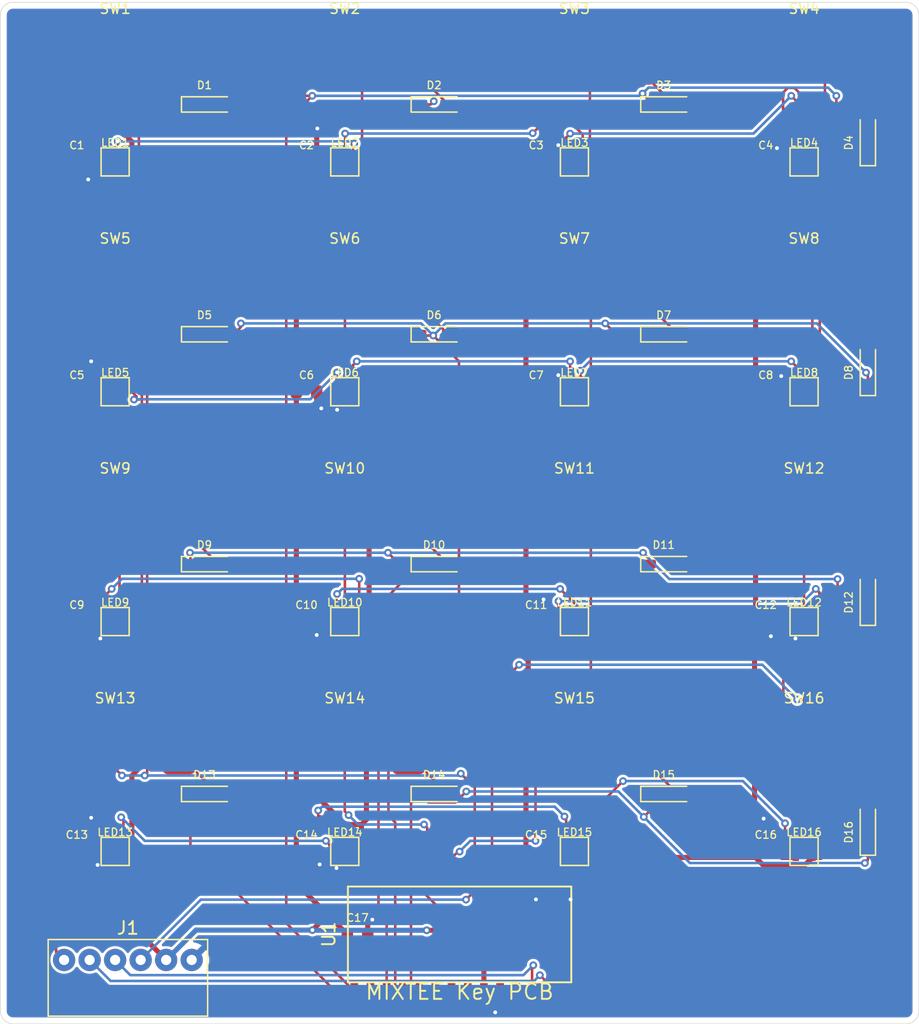
<source format=kicad_pcb>
(kicad_pcb (version 20241229) (generator "pcbnew") (generator_version "9.0")
  (layers (0 "F.Cu" signal) (2 "B.Cu" signal) (13 "F.Paste" user) (15 "B.Paste" user) (5 "F.SilkS" user "F.Silkscreen") (7 "B.SilkS" user "B.Silkscreen") (1 "F.Mask" user) (3 "B.Mask" user) (25 "Edge.Cuts" user))
  (net 0 "")
  (net 1 "GND")
  (net 2 "5V")
  (net 3 "SDA")
  (net 4 "SCL")
  (net 5 "INT")
  (net 6 "NEO_DIN")
  (net 7 "NEO_D0")
  (net 8 "NEO_D1")
  (net 9 "NEO_D2")
  (net 10 "NEO_D3")
  (net 11 "NEO_D4")
  (net 12 "NEO_D5")
  (net 13 "NEO_D6")
  (net 14 "NEO_D7")
  (net 15 "NEO_D8")
  (net 16 "NEO_D9")
  (net 17 "NEO_D10")
  (net 18 "NEO_D11")
  (net 19 "NEO_D12")
  (net 20 "NEO_D13")
  (net 21 "NEO_D14")
  (net 22 "COL0")
  (net 23 "COL1")
  (net 24 "COL2")
  (net 25 "COL3")
  (net 26 "ROW0")
  (net 27 "ROW1")
  (net 28 "ROW2")
  (net 29 "ROW3")
  (net 30 "SW1_D")
  (net 31 "SW2_D")
  (net 32 "SW3_D")
  (net 33 "SW4_D")
  (net 34 "SW5_D")
  (net 35 "SW6_D")
  (net 36 "SW7_D")
  (net 37 "SW8_D")
  (net 38 "SW9_D")
  (net 39 "SW10_D")
  (net 40 "SW11_D")
  (net 41 "SW12_D")
  (net 42 "SW13_D")
  (net 43 "SW14_D")
  (net 44 "SW15_D")
  (net 45 "SW16_D")
  (footprint "Package_SO:SOIC-28W_7.5x17.9mm_P1.27mm" (layer "F.Cu") (at 36 73 90)
    (property "Reference" "U1")
    (property "Value" "MCP23017")
  )
  (footprint "LED_SMD:WS2812B-2020" (layer "F.Cu") (at 27 66.5)
    (property "Reference" "LED14")
    (property "Value" "WS2812B-2020")
  )
  (footprint "LED_SMD:WS2812B-2020" (layer "F.Cu") (at 9 66.5)
    (property "Reference" "LED13")
    (property "Value" "WS2812B-2020")
  )
  (footprint "Capacitor_SMD:C_0603_1608Metric" (layer "F.Cu") (at 24 12.5)
    (property "Reference" "C2")
    (property "Value" "100nF")
  )
  (footprint "Diode_SMD:D_SOD-123" (layer "F.Cu") (at 16 44)
    (property "Reference" "D9")
    (property "Value" "1N4148")
  )
  (footprint "Diode_SMD:D_SOD-123" (layer "F.Cu") (at 16 26)
    (property "Reference" "D5")
    (property "Value" "1N4148")
  )
  (footprint "mixtee-footprints:Kailh_Choc_V1_Hotswap" (layer "F.Cu") (at 45 27)
    (property "Reference" "SW7")
    (property "Value" "CPG135001S30")
  )
  (footprint "LED_SMD:WS2812B-2020" (layer "F.Cu") (at 9 12.5)
    (property "Reference" "LED1")
    (property "Value" "WS2812B-2020")
  )
  (footprint "Diode_SMD:D_SOD-123" (layer "F.Cu") (at 68 65 90)
    (property "Reference" "D16")
    (property "Value" "1N4148")
  )
  (footprint "mixtee-footprints:Kailh_Choc_V1_Hotswap" (layer "F.Cu") (at 9 63)
    (property "Reference" "SW13")
    (property "Value" "CPG135001S30")
  )
  (footprint "mixtee-footprints:Kailh_Choc_V1_Hotswap" (layer "F.Cu") (at 63 63)
    (property "Reference" "SW16")
    (property "Value" "CPG135001S30")
  )
  (footprint "mixtee-footprints:Kailh_Choc_V1_Hotswap" (layer "F.Cu") (at 9 9)
    (property "Reference" "SW1")
    (property "Value" "CPG135001S30")
  )
  (footprint "LED_SMD:WS2812B-2020" (layer "F.Cu") (at 9 48.5)
    (property "Reference" "LED9")
    (property "Value" "WS2812B-2020")
  )
  (footprint "Diode_SMD:D_SOD-123" (layer "F.Cu") (at 16 8)
    (property "Reference" "D1")
    (property "Value" "1N4148")
  )
  (footprint "LED_SMD:WS2812B-2020" (layer "F.Cu") (at 63 48.5)
    (property "Reference" "LED12")
    (property "Value" "WS2812B-2020")
  )
  (footprint "LED_SMD:WS2812B-2020" (layer "F.Cu") (at 45 30.5)
    (property "Reference" "LED7")
    (property "Value" "WS2812B-2020")
  )
  (footprint "Diode_SMD:D_SOD-123" (layer "F.Cu") (at 68 47 90)
    (property "Reference" "D12")
    (property "Value" "1N4148")
  )
  (footprint "LED_SMD:WS2812B-2020" (layer "F.Cu") (at 63 66.5)
    (property "Reference" "LED16")
    (property "Value" "WS2812B-2020")
  )
  (footprint "Connector_JST:JST_PH_B6B-PH-K_1x06_P2.00mm_Vertical" (layer "F.Cu") (at 5 75)
    (property "Reference" "J1")
    (property "Value" "B6B-PH-K-S")
  )
  (footprint "Capacitor_SMD:C_0603_1608Metric" (layer "F.Cu") (at 6 66.5)
    (property "Reference" "C13")
    (property "Value" "100nF")
  )
  (footprint "mixtee-footprints:Kailh_Choc_V1_Hotswap" (layer "F.Cu") (at 63 27)
    (property "Reference" "SW8")
    (property "Value" "CPG135001S30")
  )
  (footprint "LED_SMD:WS2812B-2020" (layer "F.Cu") (at 45 48.5)
    (property "Reference" "LED11")
    (property "Value" "WS2812B-2020")
  )
  (footprint "Diode_SMD:D_SOD-123" (layer "F.Cu") (at 68 29 90)
    (property "Reference" "D8")
    (property "Value" "1N4148")
  )
  (footprint "LED_SMD:WS2812B-2020" (layer "F.Cu") (at 63 30.5)
    (property "Reference" "LED8")
    (property "Value" "WS2812B-2020")
  )
  (footprint "Capacitor_SMD:C_0603_1608Metric" (layer "F.Cu") (at 60 48.5)
    (property "Reference" "C12")
    (property "Value" "100nF")
  )
  (footprint "Capacitor_SMD:C_0603_1608Metric" (layer "F.Cu") (at 42 66.5)
    (property "Reference" "C15")
    (property "Value" "100nF")
  )
  (footprint "Capacitor_SMD:C_0603_1608Metric" (layer "F.Cu") (at 24 48.5)
    (property "Reference" "C10")
    (property "Value" "100nF")
  )
  (footprint "mixtee-footprints:Kailh_Choc_V1_Hotswap" (layer "F.Cu") (at 27 9)
    (property "Reference" "SW2")
    (property "Value" "CPG135001S30")
  )
  (footprint "Capacitor_SMD:C_0603_1608Metric" (layer "F.Cu") (at 60 12.5)
    (property "Reference" "C4")
    (property "Value" "100nF")
  )
  (footprint "mixtee-footprints:Kailh_Choc_V1_Hotswap" (layer "F.Cu") (at 63 9)
    (property "Reference" "SW4")
    (property "Value" "CPG135001S30")
  )
  (footprint "Diode_SMD:D_SOD-123" (layer "F.Cu") (at 52 44)
    (property "Reference" "D11")
    (property "Value" "1N4148")
  )
  (footprint "Diode_SMD:D_SOD-123" (layer "F.Cu") (at 16 62)
    (property "Reference" "D13")
    (property "Value" "1N4148")
  )
  (footprint "LED_SMD:WS2812B-2020" (layer "F.Cu") (at 27 12.5)
    (property "Reference" "LED2")
    (property "Value" "WS2812B-2020")
  )
  (footprint "Diode_SMD:D_SOD-123" (layer "F.Cu") (at 68 11 90)
    (property "Reference" "D4")
    (property "Value" "1N4148")
  )
  (footprint "Capacitor_SMD:C_0603_1608Metric" (layer "F.Cu") (at 42 48.5)
    (property "Reference" "C11")
    (property "Value" "100nF")
  )
  (footprint "LED_SMD:WS2812B-2020" (layer "F.Cu") (at 45 66.5)
    (property "Reference" "LED15")
    (property "Value" "WS2812B-2020")
  )
  (footprint "Capacitor_SMD:C_0603_1608Metric" (layer "F.Cu") (at 24 66.5)
    (property "Reference" "C14")
    (property "Value" "100nF")
  )
  (footprint "Diode_SMD:D_SOD-123" (layer "F.Cu") (at 52 8)
    (property "Reference" "D3")
    (property "Value" "1N4148")
  )
  (footprint "mixtee-footprints:Kailh_Choc_V1_Hotswap" (layer "F.Cu") (at 9 45)
    (property "Reference" "SW9")
    (property "Value" "CPG135001S30")
  )
  (footprint "LED_SMD:WS2812B-2020" (layer "F.Cu") (at 63 12.5)
    (property "Reference" "LED4")
    (property "Value" "WS2812B-2020")
  )
  (footprint "mixtee-footprints:Kailh_Choc_V1_Hotswap" (layer "F.Cu") (at 9 27)
    (property "Reference" "SW5")
    (property "Value" "CPG135001S30")
  )
  (footprint "Capacitor_SMD:C_0603_1608Metric" (layer "F.Cu") (at 24 30.5)
    (property "Reference" "C6")
    (property "Value" "100nF")
  )
  (footprint "Capacitor_SMD:C_0603_1608Metric" (layer "F.Cu") (at 28 73)
    (property "Reference" "C17")
    (property "Value" "100nF")
  )
  (footprint "Capacitor_SMD:C_0603_1608Metric" (layer "F.Cu") (at 60 66.5)
    (property "Reference" "C16")
    (property "Value" "100nF")
  )
  (footprint "LED_SMD:WS2812B-2020" (layer "F.Cu") (at 27 48.5)
    (property "Reference" "LED10")
    (property "Value" "WS2812B-2020")
  )
  (footprint "Diode_SMD:D_SOD-123" (layer "F.Cu") (at 34 8)
    (property "Reference" "D2")
    (property "Value" "1N4148")
  )
  (footprint "Diode_SMD:D_SOD-123" (layer "F.Cu") (at 34 44)
    (property "Reference" "D10")
    (property "Value" "1N4148")
  )
  (footprint "mixtee-footprints:Kailh_Choc_V1_Hotswap" (layer "F.Cu") (at 45 9)
    (property "Reference" "SW3")
    (property "Value" "CPG135001S30")
  )
  (footprint "mixtee-footprints:Kailh_Choc_V1_Hotswap" (layer "F.Cu") (at 27 63)
    (property "Reference" "SW14")
    (property "Value" "CPG135001S30")
  )
  (footprint "Capacitor_SMD:C_0603_1608Metric" (layer "F.Cu") (at 42 30.5)
    (property "Reference" "C7")
    (property "Value" "100nF")
  )
  (footprint "Diode_SMD:D_SOD-123" (layer "F.Cu") (at 34 26)
    (property "Reference" "D6")
    (property "Value" "1N4148")
  )
  (footprint "Diode_SMD:D_SOD-123" (layer "F.Cu") (at 34 62)
    (property "Reference" "D14")
    (property "Value" "1N4148")
  )
  (footprint "mixtee-footprints:Kailh_Choc_V1_Hotswap" (layer "F.Cu") (at 45 45)
    (property "Reference" "SW11")
    (property "Value" "CPG135001S30")
  )
  (footprint "LED_SMD:WS2812B-2020" (layer "F.Cu") (at 27 30.5)
    (property "Reference" "LED6")
    (property "Value" "WS2812B-2020")
  )
  (footprint "Capacitor_SMD:C_0603_1608Metric" (layer "F.Cu") (at 42 12.5)
    (property "Reference" "C3")
    (property "Value" "100nF")
  )
  (footprint "Diode_SMD:D_SOD-123" (layer "F.Cu") (at 52 62)
    (property "Reference" "D15")
    (property "Value" "1N4148")
  )
  (footprint "LED_SMD:WS2812B-2020" (layer "F.Cu") (at 45 12.5)
    (property "Reference" "LED3")
    (property "Value" "WS2812B-2020")
  )
  (footprint "Capacitor_SMD:C_0603_1608Metric" (layer "F.Cu") (at 6 12.5)
    (property "Reference" "C1")
    (property "Value" "100nF")
  )
  (footprint "Diode_SMD:D_SOD-123" (layer "F.Cu") (at 52 26)
    (property "Reference" "D7")
    (property "Value" "1N4148")
  )
  (footprint "Capacitor_SMD:C_0603_1608Metric" (layer "F.Cu") (at 60 30.5)
    (property "Reference" "C8")
    (property "Value" "100nF")
  )
  (footprint "mixtee-footprints:Kailh_Choc_V1_Hotswap" (layer "F.Cu") (at 27 27)
    (property "Reference" "SW6")
    (property "Value" "CPG135001S30")
  )
  (footprint "mixtee-footprints:Kailh_Choc_V1_Hotswap" (layer "F.Cu") (at 45 63)
    (property "Reference" "SW15")
    (property "Value" "CPG135001S30")
  )
  (footprint "mixtee-footprints:Kailh_Choc_V1_Hotswap" (layer "F.Cu") (at 27 45)
    (property "Reference" "SW10")
    (property "Value" "CPG135001S30")
  )
  (footprint "Capacitor_SMD:C_0603_1608Metric" (layer "F.Cu") (at 6 48.5)
    (property "Reference" "C9")
    (property "Value" "100nF")
  )
  (footprint "mixtee-footprints:Kailh_Choc_V1_Hotswap" (layer "F.Cu") (at 63 45)
    (property "Reference" "SW12")
    (property "Value" "CPG135001S30")
  )
  (footprint "LED_SMD:WS2812B-2020" (layer "F.Cu") (at 9 30.5)
    (property "Reference" "LED5")
    (property "Value" "WS2812B-2020")
  )
  (footprint "Capacitor_SMD:C_0603_1608Metric" (layer "F.Cu") (at 6 30.5)
    (property "Reference" "C5")
    (property "Value" "100nF")
  )
  (gr_line (start 1 0) (end 71 0) (stroke (width 0.05)) (layer "Edge.Cuts"))
  (gr_arc (start 0 1) (mid 0.2929 0.2929) (end 1 0) (stroke (width 0.05)) (layer "Edge.Cuts"))
  (gr_arc (start 71 0) (mid 71.7071 0.2929) (end 72 1) (stroke (width 0.05)) (layer "Edge.Cuts"))
  (gr_arc (start 1 80) (mid 0.2929 79.7071) (end 0 79) (stroke (width 0.05)) (layer "Edge.Cuts"))
  (gr_arc (start 72 79) (mid 71.7071 79.7071) (end 71 80) (stroke (width 0.05)) (layer "Edge.Cuts"))
  (gr_line (start 72 1) (end 72 79) (stroke (width 0.05)) (layer "Edge.Cuts"))
  (gr_line (start 0 79) (end 0 1) (stroke (width 0.05)) (layer "Edge.Cuts"))
  (gr_line (start 71 80) (end 1 80) (stroke (width 0.05)) (layer "Edge.Cuts"))
  (gr_text "MIXTEE Key PCB" (at 36 77.5 0) (layer "F.SilkS") (effects (font (size 1.2 1.2))))
  (segment (start 44.35 68.46) (end 44.35 66.975) (width 0.4) (layer "F.Cu") (net 1))
  (segment (start 6.8 48.7817) (end 6.8 48.5) (width 0.4) (layer "F.Cu") (net 1))
  (segment (start 24.8511 9.8822) (end 24.8 9.9333) (width 0.4) (layer "F.Cu") (net 1))
  (segment (start 24.8 48.975) (end 25.6883 48.975) (width 0.4) (layer "F.Cu") (net 1))
  (segment (start 6.8 64.186) (end 6.8 66.5) (width 0.4) (layer "F.Cu") (net 1))
  (segment (start 8.35 12.975) (end 7.6883 12.975) (width 0.4) (layer "F.Cu") (net 1))
  (segment (start 44.255 68.555) (end 44.35 68.46) (width 0.4) (layer "F.Cu") (net 1))
  (segment (start 61.2079 29.2749) (end 60.8 29.6828) (width 0.4) (layer "F.Cu") (net 1))
  (segment (start 60.8745 11.4227) (end 60.8 11.4972) (width 0.4) (layer "F.Cu") (net 1))
  (segment (start 42.985 69.2575) (end 42.985 68.555) (width 0.4) (layer "F.Cu") (net 1))
  (segment (start 7.6883 67.4975) (end 7.6883 66.975) (width 0.4) (layer "F.Cu") (net 1))
  (segment (start 61.275 30.975) (end 62.35 30.975) (width 0.4) (layer "F.Cu") (net 1))
  (segment (start 7.6883 13.0757) (end 7.6883 12.975) (width 0.4) (layer "F.Cu") (net 1))
  (segment (start 28.8 72.2048) (end 28.8 73) (width 0.4) (layer "F.Cu") (net 1))
  (segment (start 26.35 66.975) (end 26.35 67.8043) (width 0.4) (layer "F.Cu") (net 1))
  (segment (start 25.1584 31.8034) (end 24.8 31.445) (width 0.4) (layer "F.Cu") (net 1))
  (segment (start 7.8413 49.823) (end 8.0026 49.6617) (width 0.4) (layer "F.Cu") (net 1))
  (segment (start 61.275 66.975) (end 60.8 66.5) (width 0.4) (layer "F.Cu") (net 1))
  (segment (start 38.7942 79.1053) (end 39.175 78.7245) (width 0.4) (layer "F.Cu") (net 1))
  (segment (start 62.3255 49.823) (end 62.35 49.7985) (width 0.4) (layer "F.Cu") (net 1))
  (segment (start 43.275 30.975) (end 44.35 30.975) (width 0.4) (layer "F.Cu") (net 1))
  (segment (start 24.8 31.445) (end 24.8 30.5) (width 0.4) (layer "F.Cu") (net 1))
  (segment (start 42.8 48.5) (end 43.275 48.975) (width 0.4) (layer "F.Cu") (net 1))
  (segment (start 8.0026 49.6617) (end 8.35 49.6617) (width 0.4) (layer "F.Cu") (net 1))
  (segment (start 6.8 13.788) (end 6.8 12.5) (width 0.4) (layer "F.Cu") (net 1))
  (segment (start 42.8 68.37) (end 42.8 66.5) (width 0.4) (layer "F.Cu") (net 1))
  (segment (start 25.0295 66.7295) (end 24.8 66.5) (width 0.4) (layer "F.Cu") (net 1))
  (segment (start 41.715 69.9919) (end 41.715 68.555) (width 0.4) (layer "F.Cu") (net 1))
  (segment (start 60.8 11.4972) (end 60.8 12.5) (width 0.4) (layer "F.Cu") (net 1))
  (segment (start 7.8413 49.823) (end 6.8 48.7817) (width 0.4) (layer "F.Cu") (net 1))
  (segment (start 44.6968 70.2597) (end 44.255 69.8179) (width 0.4) (layer "F.Cu") (net 1))
  (segment (start 7.6258 67.56) (end 7.6883 67.4975) (width 0.4) (layer "F.Cu") (net 1))
  (segment (start 42.5821 46.7671) (end 42.5821 48.2821) (width 0.4) (layer "F.Cu") (net 1))
  (segment (start 60.3988 49.6488) (end 60.8 49.2476) (width 0.4) (layer "F.Cu") (net 1))
  (segment (start 42.5821 48.2821) (end 42.8 48.5) (width 0.4) (layer "F.Cu") (net 1))
  (segment (start 60.7999 66.5) (end 60.8 66.5) (width 0.4) (layer "F.Cu") (net 1))
  (segment (start 7.12 63.866) (end 6.8 64.186) (width 0.4) (layer "F.Cu") (net 1))
  (segment (start 43.275 12.975) (end 44.35 12.975) (width 0.4) (layer "F.Cu") (net 1))
  (segment (start 43.735 11.1928) (end 42.8 12.1278) (width 0.4) (layer "F.Cu") (net 1))
  (segment (start 7.275 30.975) (end 8.35 30.975) (width 0.4) (layer "F.Cu") (net 1))
  (segment (start 6.8 28.438) (end 6.8 30.5) (width 0.4) (layer "F.Cu") (net 1))
  (segment (start 39.175 78.7245) (end 39.175 77.445) (width 0.4) (layer "F.Cu") (net 1))
  (segment (start 6.888 13.876) (end 7.6883 13.0757) (width 0.4) (layer "F.Cu") (net 1))
  (segment (start 25.275 12.975) (end 26.35 12.975) (width 0.4) (layer "F.Cu") (net 1))
  (segment (start 42.8 30.1392) (end 42.8 30.5) (width 0.4) (layer "F.Cu") (net 1))
  (segment (start 7.12 28.118) (end 6.8 28.438) (width 0.4) (layer "F.Cu") (net 1))
  (segment (start 62.35 49.7985) (end 62.35 48.975) (width 0.4) (layer "F.Cu") (net 1))
  (segment (start 41.9828 70.2597) (end 42.985 69.2575) (width 0.4) (layer "F.Cu") (net 1))
  (segment (start 42.8 30.5) (end 43.275 30.975) (width 0.4) (layer "F.Cu") (net 1))
  (segment (start 41.9828 70.2597) (end 41.715 69.9919) (width 0.4) (layer "F.Cu") (net 1))
  (segment (start 60.8 29.6828) (end 60.8 30.5) (width 0.4) (layer "F.Cu") (net 1))
  (segment (start 44.255 69.8179) (end 44.255 68.555) (width 0.4) (layer "F.Cu") (net 1))
  (segment (start 62.35 66.975) (end 61.275 66.975) (width 0.4) (layer "F.Cu") (net 1))
  (segment (start 8.35 48.975) (end 8.35 49.6617) (width 0.4) (layer "F.Cu") (net 1))
  (segment (start 24.8 12.5) (end 25.275 12.975) (width 0.4) (layer "F.Cu") (net 1))
  (segment (start 43.735 29.2042) (end 42.8 30.1392) (width 0.4) (layer "F.Cu") (net 1))
  (segment (start 26.35 31.8619) (end 26.35 30.975) (width 0.4) (layer "F.Cu") (net 1))
  (segment (start 25.0295 67.5197) (end 25.0295 66.7295) (width 0.4) (layer "F.Cu") (net 1))
  (segment (start 6.888 13.876) (end 6.8 13.788) (width 0.4) (layer "F.Cu") (net 1))
  (segment (start 26.3999 31.9118) (end 26.35 31.8619) (width 0.4) (layer "F.Cu") (net 1))
  (segment (start 59.8305 63.9323) (end 60.7999 64.9017) (width 0.4) (layer "F.Cu") (net 1))
  (segment (start 8.35 66.975) (end 7.6883 66.975) (width 0.4) (layer "F.Cu") (net 1))
  (segment (start 6.8 30.5) (end 7.275 30.975) (width 0.4) (layer "F.Cu") (net 1))
  (segment (start 60.8 49.2476) (end 60.8 48.5) (width 0.4) (layer "F.Cu") (net 1))
  (segment (start 24.8 48.975) (end 24.8 49.5533) (width 0.4) (layer "F.Cu") (net 1))
  (segment (start 42.985 68.555) (end 42.8 68.37) (width 0.4) (layer "F.Cu") (net 1))
  (segment (start 24.8 9.9333) (end 24.8 12.5) (width 0.4) (layer "F.Cu") (net 1))
  (segment (start 24.8 48.5) (end 24.8 48.975) (width 0.4) (layer "F.Cu") (net 1))
  (segment (start 42.8 12.1278) (end 42.8 12.5) (width 0.4) (layer "F.Cu") (net 1))
  (segment (start 60.8 30.5) (end 61.275 30.975) (width 0.4) (layer "F.Cu") (net 1))
  (segment (start 43.275 48.975) (end 44.35 48.975) (width 0.4) (layer "F.Cu") (net 1))
  (segment (start 60.7999 64.9017) (end 60.7999 66.5) (width 0.4) (layer "F.Cu") (net 1))
  (segment (start 26.35 48.975) (end 25.6883 48.975) (width 0.4) (layer "F.Cu") (net 1))
  (segment (start 42.8 12.5) (end 43.275 12.975) (width 0.4) (layer "F.Cu") (net 1))
  (segment (start 29.1609 71.8439) (end 28.8 72.2048) (width 0.4) (layer "F.Cu") (net 1))
  (segment (start 60.8 12.5) (end 61.275 12.975) (width 0.4) (layer "F.Cu") (net 1))
  (segment (start 61.275 12.975) (end 62.35 12.975) (width 0.4) (layer "F.Cu") (net 1))
  (via (at 42.5821 46.7671) (size 0.6) (drill 0.3) (layers "F.Cu" "B.Cu") (net 1))
  (via (at 29.1609 71.8439) (size 0.6) (drill 0.3) (layers "F.Cu" "B.Cu") (net 1))
  (via (at 43.735 11.1928) (size 0.6) (drill 0.3) (layers "F.Cu" "B.Cu") (net 1))
  (via (at 41.9828 70.2597) (size 0.6) (drill 0.3) (layers "F.Cu" "B.Cu") (net 1))
  (via (at 7.6258 67.56) (size 0.6) (drill 0.3) (layers "F.Cu" "B.Cu") (net 1))
  (via (at 24.8511 9.8822) (size 0.6) (drill 0.3) (layers "F.Cu" "B.Cu") (net 1))
  (via (at 25.0295 67.5197) (size 0.6) (drill 0.3) (layers "F.Cu" "B.Cu") (net 1))
  (via (at 59.8305 63.9323) (size 0.6) (drill 0.3) (layers "F.Cu" "B.Cu") (net 1))
  (via (at 26.3999 31.9118) (size 0.6) (drill 0.3) (layers "F.Cu" "B.Cu") (net 1))
  (via (at 7.12 63.866) (size 0.6) (drill 0.3) (layers "F.Cu" "B.Cu") (net 1))
  (via (at 38.7942 79.1053) (size 0.6) (drill 0.3) (layers "F.Cu" "B.Cu") (net 1))
  (via (at 7.12 28.118) (size 0.6) (drill 0.3) (layers "F.Cu" "B.Cu") (net 1))
  (via (at 26.35 67.8043) (size 0.6) (drill 0.3) (layers "F.Cu" "B.Cu") (net 1))
  (via (at 60.3988 49.6488) (size 0.6) (drill 0.3) (layers "F.Cu" "B.Cu") (net 1))
  (via (at 25.1584 31.8034) (size 0.6) (drill 0.3) (layers "F.Cu" "B.Cu") (net 1))
  (via (at 6.888 13.876) (size 0.6) (drill 0.3) (layers "F.Cu" "B.Cu") (net 1))
  (via (at 62.3255 49.823) (size 0.6) (drill 0.3) (layers "F.Cu" "B.Cu") (net 1))
  (via (at 60.8745 11.4227) (size 0.6) (drill 0.3) (layers "F.Cu" "B.Cu") (net 1))
  (via (at 44.6968 70.2597) (size 0.6) (drill 0.3) (layers "F.Cu" "B.Cu") (net 1))
  (via (at 24.8 49.5533) (size 0.6) (drill 0.3) (layers "F.Cu" "B.Cu") (net 1))
  (via (at 7.8413 49.823) (size 0.6) (drill 0.3) (layers "F.Cu" "B.Cu") (net 1))
  (via (at 61.2079 29.2749) (size 0.6) (drill 0.3) (layers "F.Cu" "B.Cu") (net 1))
  (via (at 43.735 29.2042) (size 0.6) (drill 0.3) (layers "F.Cu" "B.Cu") (net 1))
  (segment (start 59.2 30.5) (end 59.2 14.869) (width 0.4) (layer "F.Cu") (net 2))
  (segment (start 63.65 66.975) (end 64.3117 66.975) (width 0.4) (layer "F.Cu") (net 2))
  (segment (start 42.3752 49.6752) (end 41.2 48.5) (width 0.4) (layer "F.Cu") (net 2))
  (segment (start 45.65 48.975) (end 44.9498 49.6752) (width 0.4) (layer "F.Cu") (net 2))
  (segment (start 44.9716 71.0179) (end 40.445 71.0179) (width 0.4) (layer "F.Cu") (net 2))
  (segment (start 62.9616 67.6634) (end 63.65 66.975) (width 0.4) (layer "F.Cu") (net 2))
  (segment (start 63.65 12.975) (end 62.9405 13.6845) (width 0.4) (layer "F.Cu") (net 2))
  (segment (start 59.2 48.5) (end 59.1188 48.5812) (width 0.4) (layer "F.Cu") (net 2))
  (segment (start 23.2 66.5) (end 23.2 69) (width 0.4) (layer "F.Cu") (net 2))
  (segment (start 23.2 62.5648) (end 25.1975 62.5648) (width 0.4) (layer "F.Cu") (net 2))
  (segment (start 44.9633 13.6617) (end 45.65 12.975) (width 0.4) (layer "F.Cu") (net 2))
  (segment (start 7.5289 10.1711) (end 9.5573 10.1711) (width 0.4) (layer "F.Cu") (net 2))
  (segment (start 9.9809 12.975) (end 10.3117 12.975) (width 0.4) (layer "F.Cu") (net 2))
  (segment (start 40.445 71.0179) (end 39.175 72.2879) (width 0.4) (layer "F.Cu") (net 2))
  (segment (start 10.7089 49.3722) (end 10.7089 60.1608) (width 0.4) (layer "F.Cu") (net 2))
  (segment (start 27.9809 48.975) (end 28.3117 48.975) (width 0.4) (layer "F.Cu") (net 2))
  (segment (start 42.3617 31.6617) (end 44.9633 31.6617) (width 0.4) (layer "F.Cu") (net 2))
  (segment (start 28.9057 48.381) (end 28.3117 48.975) (width 0.4) (layer "F.Cu") (net 2))
  (segment (start 45.65 66.975) (end 46.3117 66.975) (width 0.4) (layer "F.Cu") (net 2))
  (segment (start 27.65 12.975) (end 26.9497 13.6753) (width 0.4) (layer "F.Cu") (net 2))
  (segment (start 26.9497 13.6753) (end 23.2 13.6753) (width 0.4) (layer "F.Cu") (net 2))
  (segment (start 27.65 30.975) (end 28.3117 30.975) (width 0.4) (layer "F.Cu") (net 2))
  (segment (start 25.6618 71.4618) (end 27.2 73) (width 0.4) (layer "F.Cu") (net 2))
  (segment (start 23.2 13.6753) (end 23.2 12.5) (width 0.4) (layer "F.Cu") (net 2))
  (segment (start 41.2 32.8234) (end 42.3617 31.6617) (width 0.4) (layer "F.Cu") (net 2))
  (segment (start 59.8884 67.6634) (end 62.9616 67.6634) (width 0.4) (layer "F.Cu") (net 2))
  (segment (start 59.1188 66.4188) (end 59.2 66.5) (width 0.4) (layer "F.Cu") (net 2))
  (segment (start 60.4074 31.7074) (end 59.2 30.5) (width 0.4) (layer "F.Cu") (net 2))
  (segment (start 37.905 72.674) (end 37.905 77.445) (width 0.4) (layer "F.Cu") (net 2))
  (segment (start 8.9176 31.7074) (end 6.4074 31.7074) (width 0.4) (layer "F.Cu") (net 2))
  (segment (start 41.2 30.5) (end 42.3617 31.6617) (width 0.4) (layer "F.Cu") (net 2))
  (segment (start 64.6899 49.3532) (end 64.3117 48.975) (width 0.4) (layer "F.Cu") (net 2))
  (segment (start 10.7089 60.1608) (end 10.3117 60.558) (width 0.4) (layer "F.Cu") (net 2))
  (segment (start 41.2 14.8234) (end 42.3617 13.6617) (width 0.4) (layer "F.Cu") (net 2))
  (segment (start 37.905 72.2879) (end 37.905 72.674) (width 0.4) (layer "F.Cu") (net 2))
  (segment (start 23.2 48.5) (end 23.2 62.5648) (width 0.4) (layer "F.Cu") (net 2))
  (segment (start 59.2 66.975) (end 46.3117 66.975) (width 0.4) (layer "F.Cu") (net 2))
  (segment (start 60.4074 31.7074) (end 59.2 32.9148) (width 0.4) (layer "F.Cu") (net 2))
  (segment (start 27.0285 64.3958) (end 28.3117 64.3958) (width 0.4) (layer "F.Cu") (net 2))
  (segment (start 24.4626 72.661) (end 25.6618 71.4618) (width 0.4) (layer "F.Cu") (net 2))
  (segment (start 27.9809 48.975) (end 28.6952 49.6893) (width 0.4) (layer "F.Cu") (net 2))
  (segment (start 59.2 32.9148) (end 59.2 48.5) (width 0.4) (layer "F.Cu") (net 2))
  (segment (start 45.65 66.975) (end 45.65 70.3395) (width 0.4) (layer "F.Cu") (net 2))
  (segment (start 28.3117 64.3958) (end 28.3117 66.975) (width 0.4) (layer "F.Cu") (net 2))
  (segment (start 28.3117 30.975) (end 28.9057 31.569) (width 0.4) (layer "F.Cu") (net 2))
  (segment (start 64.6899 66.5968) (end 64.6899 49.3532) (width 0.4) (layer "F.Cu") (net 2))
  (segment (start 28.6952 64.0123) (end 28.3117 64.3958) (width 0.4) (layer "F.Cu") (net 2))
  (segment (start 23.2 30.5) (end 23.2 48.5) (width 0.4) (layer "F.Cu") (net 2))
  (segment (start 23.2 30.5) (end 23.2 13.6753) (width 0.4) (layer "F.Cu") (net 2))
  (segment (start 9.65 12.975) (end 9.9809 12.975) (width 0.4) (layer "F.Cu") (net 2))
  (segment (start 10.3117 66.975) (end 10.3117 72.3117) (width 0.4) (layer "F.Cu") (net 2))
  (segment (start 39.175 72.2879) (end 37.905 72.2879) (width 0.4) (layer "F.Cu") (net 2))
  (segment (start 5.2 21.857) (end 5.2 30.5) (width 0.4) (layer "F.Cu") (net 2))
  (segment (start 42.3617 13.6617) (end 44.9633 13.6617) (width 0.4) (layer "F.Cu") (net 2))
  (segment (start 10.3117 62.284) (end 10.3117 66.975) (width 0.4) (layer "F.Cu") (net 2))
  (segment (start 9.5573 10.1711) (end 10.3117 10.9255) (width 0.4) (layer "F.Cu") (net 2))
  (segment (start 27.65 48.975) (end 27.9809 48.975) (width 0.4) (layer "F.Cu") (net 2))
  (segment (start 59.2 14.869) (end 60.3845 13.6845) (width 0.4) (layer "F.Cu") (net 2))
  (segment (start 5.2 32.9148) (end 6.4074 31.7074) (width 0.4) (layer "F.Cu") (net 2))
  (segment (start 59.2 66.5) (end 59.2 66.975) (width 0.4) (layer "F.Cu") (net 2))
  (segment (start 6.4074 31.7074) (end 5.2 30.5) (width 0.4) (layer "F.Cu") (net 2))
  (segment (start 63.65 30.975) (end 62.9176 31.7074) (width 0.4) (layer "F.Cu") (net 2))
  (segment (start 41.2 48.5) (end 41.2 32.8234) (width 0.4) (layer "F.Cu") (net 2))
  (segment (start 10.3117 10.9255) (end 10.3117 12.975) (width 0.4) (layer "F.Cu") (net 2))
  (segment (start 5.2 12.5) (end 7.5289 10.1711) (width 0.4) (layer "F.Cu") (net 2))
  (segment (start 40.445 67.255) (end 41.2 66.5) (width 0.4) (layer "F.Cu") (net 2))
  (segment (start 64.3117 66.975) (end 64.6899 66.5968) (width 0.4) (layer "F.Cu") (net 2))
  (segment (start 10.3117 60.558) (end 10.3117 62.284) (width 0.4) (layer "F.Cu") (net 2))
  (segment (start 9.9809 17.0761) (end 5.2 21.857) (width 0.4) (layer "F.Cu") (net 2))
  (segment (start 63.65 48.975) (end 64.3117 48.975) (width 0.4) (layer "F.Cu") (net 2))
  (segment (start 59.1188 48.5812) (end 59.1188 66.4188) (width 0.4) (layer "F.Cu") (net 2))
  (segment (start 44.9498 49.6752) (end 42.3752 49.6752) (width 0.4) (layer "F.Cu") (net 2))
  (segment (start 60.3845 13.6845) (end 59.2 12.5) (width 0.4) (layer "F.Cu") (net 2))
  (segment (start 45.65 70.3395) (end 44.9716 71.0179) (width 0.4) (layer "F.Cu") (net 2))
  (segment (start 5.2 48.5) (end 5.2 32.9148) (width 0.4) (layer "F.Cu") (net 2))
  (segment (start 25.1975 62.5648) (end 27.0285 64.3958) (width 0.4) (layer "F.Cu") (net 2))
  (segment (start 9.9809 12.975) (end 9.9809 17.0761) (width 0.4) (layer "F.Cu") (net 2))
  (segment (start 5.2 62.284) (end 10.3117 62.284) (width 0.4) (layer "F.Cu") (net 2))
  (segment (start 41.2 52.3537) (end 41.3777 52.176) (width 0.4) (layer "F.Cu") (net 2))
  (segment (start 41.3777 52.176) (end 41.3777 51.5864) (width 0.4) (layer "F.Cu") (net 2))
  (segment (start 62.9176 31.7074) (end 60.4074 31.7074) (width 0.4) (layer "F.Cu") (net 2))
  (segment (start 40.445 71.0179) (end 40.445 68.555) (width 0.4) (layer "F.Cu") (net 2))
  (segment (start 28.9057 31.569) (end 28.9057 48.381) (width 0.4) (layer "F.Cu") (net 2))
  (segment (start 23.2 62.5648) (end 23.2 66.5) (width 0.4) (layer "F.Cu") (net 2))
  (segment (start 41.2 12.5) (end 42.3617 13.6617) (width 0.4) (layer "F.Cu") (net 2))
  (segment (start 28.6952 49.6893) (end 28.6952 64.0123) (width 0.4) (layer "F.Cu") (net 2))
  (segment (start 44.9633 31.6617) (end 45.65 30.975) (width 0.4) (layer "F.Cu") (net 2))
  (segment (start 37.905 72.674) (end 33.423 72.674) (width 0.4) (layer "F.Cu") (net 2))
  (segment (start 5.2 66.5) (end 5.2 62.284) (width 0.4) (layer "F.Cu") (net 2))
  (segment (start 41.3777 51.5864) (end 41.2 51.4087) (width 0.4) (layer "F.Cu") (net 2))
  (segment (start 59.2 66.975) (end 59.8884 67.6634) (width 0.4) (layer "F.Cu") (net 2))
  (segment (start 5.2 62.284) (end 5.2 48.5) (width 0.4) (layer "F.Cu") (net 2))
  (segment (start 40.445 68.555) (end 40.445 67.255) (width 0.4) (layer "F.Cu") (net 2))
  (segment (start 10.3117 72.3117) (end 13 75) (width 0.4) (layer "F.Cu") (net 2))
  (segment (start 9.65 48.975) (end 10.3117 48.975) (width 0.4) (layer "F.Cu") (net 2))
  (segment (start 41.2 66.5) (end 41.2 52.3537) (width 0.4) (layer "F.Cu") (net 2))
  (segment (start 23.2 69) (end 25.6618 71.4618) (width 0.4) (layer "F.Cu") (net 2))
  (segment (start 10.3117 48.975) (end 10.7089 49.3722) (width 0.4) (layer "F.Cu") (net 2))
  (segment (start 41.2 51.4087) (end 41.2 48.5) (width 0.4) (layer "F.Cu") (net 2))
  (segment (start 62.9405 13.6845) (end 60.3845 13.6845) (width 0.4) (layer "F.Cu") (net 2))
  (segment (start 27.65 66.975) (end 28.3117 66.975) (width 0.4) (layer "F.Cu") (net 2))
  (segment (start 9.65 66.975) (end 10.3117 66.975) (width 0.4) (layer "F.Cu") (net 2))
  (segment (start 41.2 30.5) (end 41.2 14.8234) (width 0.4) (layer "F.Cu") (net 2))
  (segment (start 9.65 30.975) (end 8.9176 31.7074) (width 0.4) (layer "F.Cu") (net 2))
  (via (at 24.4626 72.661) (size 0.6) (drill 0.3) (layers "F.Cu" "B.Cu") (net 2))
  (via (at 33.423 72.674) (size 0.6) (drill 0.3) (layers "F.Cu" "B.Cu") (net 2))
  (segment (start 15.339 72.661) (end 24.4626 72.661) (width 0.4) (layer "B.Cu") (net 2))
  (segment (start 33.423 72.674) (end 24.4756 72.674) (width 0.4) (layer "B.Cu") (net 2))
  (segment (start 24.4756 72.674) (end 24.4626 72.661) (width 0.4) (layer "B.Cu") (net 2))
  (segment (start 13 75) (end 15.339 72.661) (width 0.4) (layer "B.Cu") (net 2))
  (segment (start 42.985 76.883) (end 42.985 77.445) (width 0.2) (layer "F.Cu") (net 3))
  (segment (start 42.2938 76.1918) (end 42.985 76.883) (width 0.2) (layer "F.Cu") (net 3))
  (via (at 42.2938 76.1918) (size 0.6) (drill 0.3) (layers "F.Cu" "B.Cu") (net 3))
  (segment (start 8.6476 76.6476) (end 41.838 76.6476) (width 0.2) (layer "B.Cu") (net 3))
  (segment (start 41.838 76.6476) (end 42.2938 76.1918) (width 0.2) (layer "B.Cu") (net 3))
  (segment (start 7 75) (end 8.6476 76.6476) (width 0.2) (layer "B.Cu") (net 3))
  (segment (start 41.776 75.4143) (end 41.6821 75.5082) (width 0.2) (layer "F.Cu") (net 4))
  (segment (start 41.6821 75.5082) (end 41.6821 77.4121) (width 0.2) (layer "F.Cu") (net 4))
  (segment (start 41.6821 77.4121) (end 41.715 77.445) (width 0.2) (layer "F.Cu") (net 4))
  (via (at 41.776 75.4143) (size 0.6) (drill 0.3) (layers "F.Cu" "B.Cu") (net 4))
  (segment (start 40.9996 76.1907) (end 10.1907 76.1907) (width 0.2) (layer "B.Cu") (net 4))
  (segment (start 41.776 75.4143) (end 40.9996 76.1907) (width 0.2) (layer "B.Cu") (net 4))
  (segment (start 10.1907 76.1907) (end 9 75) (width 0.2) (layer "B.Cu") (net 4))
  (segment (start 37.905 68.8752) (end 36.5037 70.2765) (width 0.2) (layer "F.Cu") (net 5))
  (segment (start 37.905 68.555) (end 37.905 68.8752) (width 0.2) (layer "F.Cu") (net 5))
  (via (at 36.5037 70.2765) (size 0.6) (drill 0.3) (layers "F.Cu" "B.Cu") (net 5))
  (segment (start 15.7235 70.2765) (end 11 75) (width 0.2) (layer "B.Cu") (net 5))
  (segment (start 36.5037 70.2765) (end 15.7235 70.2765) (width 0.2) (layer "B.Cu") (net 5))
  (segment (start 4.3753 18.9334) (end 4.3753 74.3753) (width 0.2) (layer "F.Cu") (net 6))
  (segment (start 9 12.1233) (end 9 14.3087) (width 0.2) (layer "F.Cu") (net 6))
  (segment (start 9 14.3087) (end 4.3753 18.9334) (width 0.2) (layer "F.Cu") (net 6))
  (segment (start 9.65 12.025) (end 9.0983 12.025) (width 0.2) (layer "F.Cu") (net 6))
  (segment (start 4.3753 74.3753) (end 5 75) (width 0.2) (layer "F.Cu") (net 6))
  (segment (start 9.0983 12.025) (end 9 12.1233) (width 0.2) (layer "F.Cu") (net 6))
  (segment (start 9.1977 11.1773) (end 9.1977 10.8911) (width 0.2) (layer "F.Cu") (net 7))
  (segment (start 27.7417 11.0651) (end 27.65 11.1568) (width 0.2) (layer "F.Cu") (net 7))
  (segment (start 27.65 11.1568) (end 27.65 12.025) (width 0.2) (layer "F.Cu") (net 7))
  (segment (start 8.35 12.025) (end 9.1977 11.1773) (width 0.2) (layer "F.Cu") (net 7))
  (via (at 27.7417 11.0651) (size 0.6) (drill 0.3) (layers "F.Cu" "B.Cu") (net 7))
  (via (at 9.1977 10.8911) (size 0.6) (drill 0.3) (layers "F.Cu" "B.Cu") (net 7))
  (segment (start 27.5677 10.8911) (end 27.7417 11.0651) (width 0.2) (layer "B.Cu") (net 7))
  (segment (start 9.1977 10.8911) (end 27.5677 10.8911) (width 0.2) (layer "B.Cu") (net 7))
  (segment (start 44.9664 9.67) (end 42.3126 9.67) (width 0.2) (layer "F.Cu") (net 8))
  (segment (start 45.65 12.025) (end 45.65 10.3536) (width 0.2) (layer "F.Cu") (net 8))
  (segment (start 27.0251 10.2793) (end 27.0251 11.9016) (width 0.2) (layer "F.Cu") (net 8))
  (segment (start 26.35 12.025) (end 26.9017 12.025) (width 0.2) (layer "F.Cu") (net 8))
  (segment (start 27.0251 11.9016) (end 26.9017 12.025) (width 0.2) (layer "F.Cu") (net 8))
  (segment (start 42.3126 9.67) (end 41.7315 10.2511) (width 0.2) (layer "F.Cu") (net 8))
  (segment (start 45.65 10.3536) (end 44.9664 9.67) (width 0.2) (layer "F.Cu") (net 8))
  (via (at 41.7315 10.2511) (size 0.6) (drill 0.3) (layers "F.Cu" "B.Cu") (net 8))
  (via (at 27.0251 10.2793) (size 0.6) (drill 0.3) (layers "F.Cu" "B.Cu") (net 8))
  (segment (start 41.7033 10.2793) (end 27.0251 10.2793) (width 0.2) (layer "B.Cu") (net 8))
  (segment (start 41.7315 10.2511) (end 41.7033 10.2793) (width 0.2) (layer "B.Cu") (net 8))
  (segment (start 44.35 10.5958) (end 44.35 12.025) (width 0.2) (layer "F.Cu") (net 9))
  (segment (start 63.65 8.9816) (end 61.9936 7.3252) (width 0.2) (layer "F.Cu") (net 9))
  (segment (start 63.65 12.025) (end 63.65 8.9816) (width 0.2) (layer "F.Cu") (net 9))
  (segment (start 44.664 10.2818) (end 44.35 10.5958) (width 0.2) (layer "F.Cu") (net 9))
  (via (at 44.664 10.2818) (size 0.6) (drill 0.3) (layers "F.Cu" "B.Cu") (net 9))
  (via (at 61.9936 7.3252) (size 0.6) (drill 0.3) (layers "F.Cu" "B.Cu") (net 9))
  (segment (start 59.037 10.2818) (end 44.664 10.2818) (width 0.2) (layer "B.Cu") (net 9))
  (segment (start 61.9936 7.3252) (end 59.037 10.2818) (width 0.2) (layer "B.Cu") (net 9))
  (segment (start 61.3776 16.2132) (end 64.212 13.3788) (width 0.2) (layer "F.Cu") (net 10))
  (segment (start 61.7172 6.7074) (end 61.3564 7.0682) (width 0.2) (layer "F.Cu") (net 10))
  (segment (start 61.3564 11.0314) (end 61.7983 11.4733) (width 0.2) (layer "F.Cu") (net 10))
  (segment (start 61.3564 7.0682) (end 61.3564 11.0314) (width 0.2) (layer "F.Cu") (net 10))
  (segment (start 64.212 8.6736) (end 62.2458 6.7074) (width 0.2) (layer "F.Cu") (net 10))
  (segment (start 62.2458 6.7074) (end 61.7172 6.7074) (width 0.2) (layer "F.Cu") (net 10))
  (segment (start 63.65 24.5371) (end 61.3776 22.2647) (width 0.2) (layer "F.Cu") (net 10))
  (segment (start 61.7983 11.4733) (end 61.7983 12.025) (width 0.2) (layer "F.Cu") (net 10))
  (segment (start 64.212 13.3788) (end 64.212 8.6736) (width 0.2) (layer "F.Cu") (net 10))
  (segment (start 63.65 30.025) (end 63.65 24.5371) (width 0.2) (layer "F.Cu") (net 10))
  (segment (start 61.3776 22.2647) (end 61.3776 16.2132) (width 0.2) (layer "F.Cu") (net 10))
  (segment (start 62.35 12.025) (end 61.7983 12.025) (width 0.2) (layer "F.Cu") (net 10))
  (segment (start 45.65 30.025) (end 45.65 29.4483) (width 0.2) (layer "F.Cu") (net 11))
  (segment (start 61.992 28.118) (end 62.35 28.476) (width 0.2) (layer "F.Cu") (net 11))
  (segment (start 62.35 28.476) (end 62.35 30.025) (width 0.2) (layer "F.Cu") (net 11))
  (segment (start 45.65 29.4483) (end 45.4701 29.2684) (width 0.2) (layer "F.Cu") (net 11))
  (segment (start 45.4701 29.2684) (end 45.4701 28.8466) (width 0.2) (layer "F.Cu") (net 11))
  (via (at 61.992 28.118) (size 0.6) (drill 0.3) (layers "F.Cu" "B.Cu") (net 11))
  (via (at 45.4701 28.8466) (size 0.6) (drill 0.3) (layers "F.Cu" "B.Cu") (net 11))
  (segment (start 61.992 28.118) (end 46.1987 28.118) (width 0.2) (layer "B.Cu") (net 11))
  (segment (start 46.1987 28.118) (end 45.4701 28.8466) (width 0.2) (layer "B.Cu") (net 11))
  (segment (start 27.65 28.408) (end 27.65 30.025) (width 0.2) (layer "F.Cu") (net 12))
  (segment (start 44.35 29.4483) (end 44.664 29.1343) (width 0.2) (layer "F.Cu") (net 12))
  (segment (start 44.664 29.1343) (end 44.664 28.118) (width 0.2) (layer "F.Cu") (net 12))
  (segment (start 27.94 28.118) (end 27.65 28.408) (width 0.2) (layer "F.Cu") (net 12))
  (segment (start 44.35 30.025) (end 44.35 29.4483) (width 0.2) (layer "F.Cu") (net 12))
  (via (at 44.664 28.118) (size 0.6) (drill 0.3) (layers "F.Cu" "B.Cu") (net 12))
  (via (at 27.94 28.118) (size 0.6) (drill 0.3) (layers "F.Cu" "B.Cu") (net 12))
  (segment (start 44.664 28.118) (end 27.94 28.118) (width 0.2) (layer "B.Cu") (net 12))
  (segment (start 10.6806 30.8774) (end 10.6806 31.114) (width 0.2) (layer "F.Cu") (net 13))
  (segment (start 9.65 30.025) (end 10.2017 30.025) (width 0.2) (layer "F.Cu") (net 13))
  (segment (start 10.2017 30.025) (end 10.2017 30.3985) (width 0.2) (layer "F.Cu") (net 13))
  (segment (start 26.396 28.9849) (end 26.35 29.0309) (width 0.2) (layer "F.Cu") (net 13))
  (segment (start 26.35 29.0309) (end 26.35 30.025) (width 0.2) (layer "F.Cu") (net 13))
  (segment (start 10.2017 30.3985) (end 10.6806 30.8774) (width 0.2) (layer "F.Cu") (net 13))
  (segment (start 10.6806 31.114) (end 10.4805 31.114) (width 0.2) (layer "F.Cu") (net 13))
  (via (at 26.396 28.9849) (size 0.6) (drill 0.3) (layers "F.Cu" "B.Cu") (net 13))
  (via (at 10.4805 31.114) (size 0.6) (drill 0.3) (layers "F.Cu" "B.Cu") (net 13))
  (segment (start 10.8916 31.0884) (end 10.8916 31.114) (width 0.2) (layer "B.Cu") (net 13))
  (segment (start 10.8916 31.0884) (end 24.2925 31.0884) (width 0.2) (layer "B.Cu") (net 13))
  (segment (start 10.8916 31.114) (end 10.4805 31.114) (width 0.2) (layer "B.Cu") (net 13))
  (segment (start 24.2925 31.0884) (end 26.396 28.9849) (width 0.2) (layer "B.Cu") (net 13))
  (segment (start 8.9017 29.7491) (end 9.2025 29.4483) (width 0.2) (layer "F.Cu") (net 14))
  (segment (start 10.2087 29.4483) (end 11.0924 30.332) (width 0.2) (layer "F.Cu") (net 14))
  (segment (start 11.0924 47.1343) (end 10.2017 48.025) (width 0.2) (layer "F.Cu") (net 14))
  (segment (start 8.9017 30.025) (end 8.9017 29.7491) (width 0.2) (layer "F.Cu") (net 14))
  (segment (start 8.35 30.025) (end 8.9017 30.025) (width 0.2) (layer "F.Cu") (net 14))
  (segment (start 11.0924 30.332) (end 11.0924 47.1343) (width 0.2) (layer "F.Cu") (net 14))
  (segment (start 9.2025 29.4483) (end 10.2087 29.4483) (width 0.2) (layer "F.Cu") (net 14))
  (segment (start 9.65 48.025) (end 10.2017 48.025) (width 0.2) (layer "F.Cu") (net 14))
  (segment (start 27.65 48.025) (end 27.65 47.4483) (width 0.2) (layer "F.Cu") (net 15))
  (segment (start 28.1303 46.968) (end 28.1303 45.1478) (width 0.2) (layer "F.Cu") (net 15))
  (segment (start 8.35 46.3208) (end 8.35 48.025) (width 0.2) (layer "F.Cu") (net 15))
  (segment (start 27.65 47.4483) (end 28.1303 46.968) (width 0.2) (layer "F.Cu") (net 15))
  (segment (start 8.7304 45.9404) (end 8.35 46.3208) (width 0.2) (layer "F.Cu") (net 15))
  (via (at 28.1303 45.1478) (size 0.6) (drill 0.3) (layers "F.Cu" "B.Cu") (net 15))
  (via (at 8.7304 45.9404) (size 0.6) (drill 0.3) (layers "F.Cu" "B.Cu") (net 15))
  (segment (start 9.523 45.1478) (end 28.1303 45.1478) (width 0.2) (layer "B.Cu") (net 15))
  (segment (start 8.7304 45.9404) (end 9.523 45.1478) (width 0.2) (layer "B.Cu") (net 15))
  (segment (start 26.35 46.3827) (end 26.35 48.025) (width 0.2) (layer "F.Cu") (net 16))
  (segment (start 45.3861 47.4483) (end 43.8782 45.9404) (width 0.2) (layer "F.Cu") (net 16))
  (segment (start 45.65 47.4483) (end 45.3861 47.4483) (width 0.2) (layer "F.Cu") (net 16))
  (segment (start 26.396 46.3367) (end 26.35 46.3827) (width 0.2) (layer "F.Cu") (net 16))
  (segment (start 45.65 48.025) (end 45.65 47.4483) (width 0.2) (layer "F.Cu") (net 16))
  (via (at 26.396 46.3367) (size 0.6) (drill 0.3) (layers "F.Cu" "B.Cu") (net 16))
  (via (at 43.8782 45.9404) (size 0.6) (drill 0.3) (layers "F.Cu" "B.Cu") (net 16))
  (segment (start 43.8782 45.9404) (end 26.7923 45.9404) (width 0.2) (layer "B.Cu") (net 16))
  (segment (start 26.7923 45.9404) (end 26.396 46.3367) (width 0.2) (layer "B.Cu") (net 16))
  (segment (start 64.2017 48.025) (end 64.2017 46.2214) (width 0.2) (layer "F.Cu") (net 17))
  (segment (start 43.7535 46.9061) (end 43.7535 47.9802) (width 0.2) (layer "F.Cu") (net 17))
  (segment (start 44.35 48.025) (end 43.7983 48.025) (width 0.2) (layer "F.Cu") (net 17))
  (segment (start 63.65 48.025) (end 64.2017 48.025) (width 0.2) (layer "F.Cu") (net 17))
  (segment (start 43.7535 47.9802) (end 43.7983 48.025) (width 0.2) (layer "F.Cu") (net 17))
  (segment (start 64.2017 46.2214) (end 63.9207 45.9404) (width 0.2) (layer "F.Cu") (net 17))
  (via (at 63.9207 45.9404) (size 0.6) (drill 0.3) (layers "F.Cu" "B.Cu") (net 17))
  (via (at 43.7535 46.9061) (size 0.6) (drill 0.3) (layers "F.Cu" "B.Cu") (net 17))
  (segment (start 43.7535 46.9061) (end 62.955 46.9061) (width 0.2) (layer "B.Cu") (net 17))
  (segment (start 62.955 46.9061) (end 63.9207 45.9404) (width 0.2) (layer "B.Cu") (net 17))
  (segment (start 63.0983 65.0215) (end 61.3769 63.3001) (width 0.2) (layer "F.Cu") (net 18))
  (segment (start 61.7153 48.108) (end 61.7983 48.025) (width 0.2) (layer "F.Cu") (net 18))
  (segment (start 61.3769 49.6495) (end 61.7153 49.3111) (width 0.2) (layer "F.Cu") (net 18))
  (segment (start 63.65 66.025) (end 63.0983 66.025) (width 0.2) (layer "F.Cu") (net 18))
  (segment (start 63.0983 66.025) (end 63.0983 65.0215) (width 0.2) (layer "F.Cu") (net 18))
  (segment (start 61.7153 49.3111) (end 61.7153 48.108) (width 0.2) (layer "F.Cu") (net 18))
  (segment (start 61.3769 63.3001) (end 61.3769 49.6495) (width 0.2) (layer "F.Cu") (net 18))
  (segment (start 62.35 48.025) (end 61.7983 48.025) (width 0.2) (layer "F.Cu") (net 18))
  (segment (start 46.2017 63.5996) (end 48.809 60.9923) (width 0.2) (layer "F.Cu") (net 19))
  (segment (start 62.35 66.025) (end 61.7983 66.025) (width 0.2) (layer "F.Cu") (net 19))
  (segment (start 61.5089 65.7356) (end 61.7983 66.025) (width 0.2) (layer "F.Cu") (net 19))
  (segment (start 61.5089 64.2971) (end 61.5089 65.7356) (width 0.2) (layer "F.Cu") (net 19))
  (segment (start 45.65 66.025) (end 46.2017 66.025) (width 0.2) (layer "F.Cu") (net 19))
  (segment (start 46.2017 66.025) (end 46.2017 63.5996) (width 0.2) (layer "F.Cu") (net 19))
  (via (at 48.809 60.9923) (size 0.6) (drill 0.3) (layers "F.Cu" "B.Cu") (net 19))
  (via (at 61.5089 64.2971) (size 0.6) (drill 0.3) (layers "F.Cu" "B.Cu") (net 19))
  (segment (start 48.809 60.9923) (end 58.2041 60.9923) (width 0.2) (layer "B.Cu") (net 19))
  (segment (start 58.2041 60.9923) (end 61.5089 64.2971) (width 0.2) (layer "B.Cu") (net 19))
  (segment (start 27.65 66.025) (end 27.0983 66.025) (width 0.2) (layer "F.Cu") (net 20))
  (segment (start 44.35 63.8929) (end 44.2199 63.7628) (width 0.2) (layer "F.Cu") (net 20))
  (segment (start 24.9163 63.2929) (end 24.9163 63.7612) (width 0.2) (layer "F.Cu") (net 20))
  (segment (start 25.1103 63.7612) (end 27.0983 65.7492) (width 0.2) (layer "F.Cu") (net 20))
  (segment (start 44.35 66.025) (end 44.35 63.8929) (width 0.2) (layer "F.Cu") (net 20))
  (segment (start 24.9163 63.7612) (end 25.1103 63.7612) (width 0.2) (layer "F.Cu") (net 20))
  (segment (start 27.0983 65.7492) (end 27.0983 66.025) (width 0.2) (layer "F.Cu") (net 20))
  (via (at 44.2199 63.7628) (size 0.6) (drill 0.3) (layers "F.Cu" "B.Cu") (net 20))
  (via (at 24.9163 63.2929) (size 0.6) (drill 0.3) (layers "F.Cu" "B.Cu") (net 20))
  (segment (start 43.4544 62.9973) (end 25.2119 62.9973) (width 0.2) (layer "B.Cu") (net 20))
  (segment (start 44.2199 63.7628) (end 43.4544 62.9973) (width 0.2) (layer "B.Cu") (net 20))
  (segment (start 25.2119 62.9973) (end 24.9163 63.2929) (width 0.2) (layer "B.Cu") (net 20))
  (segment (start 9.65 63.9997) (end 9.4748 63.8245) (width 0.2) (layer "F.Cu") (net 21))
  (segment (start 25.7983 65.9497) (end 25.7983 66.025) (width 0.2) (layer "F.Cu") (net 21))
  (segment (start 9.65 66.025) (end 9.65 63.9997) (width 0.2) (layer "F.Cu") (net 21))
  (segment (start 25.5218 65.6732) (end 25.7983 65.9497) (width 0.2) (layer "F.Cu") (net 21))
  (segment (start 26.35 66.025) (end 25.7983 66.025) (width 0.2) (layer "F.Cu") (net 21))
  (via (at 25.5218 65.6732) (size 0.6) (drill 0.3) (layers "F.Cu" "B.Cu") (net 21))
  (via (at 9.4748 63.8245) (size 0.6) (drill 0.3) (layers "F.Cu" "B.Cu") (net 21))
  (segment (start 9.4748 63.8245) (end 11.3235 65.6732) (width 0.2) (layer "B.Cu") (net 21))
  (segment (start 11.3235 65.6732) (end 25.5218 65.6732) (width 0.2) (layer "B.Cu") (net 21))
  (segment (start 9 39.1) (end 9.3437 39.4437) (width 0.2) (layer "F.Cu") (net 22))
  (segment (start 11.5108 23.6108) (end 9 21.1) (width 0.2) (layer "F.Cu") (net 22))
  (segment (start 9.5365 60.5556) (end 9 60.0191) (width 0.2) (layer "F.Cu") (net 22))
  (segment (start 9.3437 39.4437) (end 9.3437 46.1938) (width 0.2) (layer "F.Cu") (net 22))
  (segment (start 36.635 68.555) (end 37.1888 68.0012) (width 0.2) (layer "F.Cu") (net 22))
  (segment (start 11.3205 60.5556) (end 11.5108 60.3653) (width 0.2) (layer "F.Cu") (net 22))
  (segment (start 10.8597 19.2403) (end 9 21.1) (width 0.2) (layer "F.Cu") (net 22))
  (segment (start 9.3437 46.1938) (end 9 46.5375) (width 0.2) (layer "F.Cu") (net 22))
  (segment (start 9 60.0191) (end 9 57.1) (width 0.2) (layer "F.Cu") (net 22))
  (segment (start 10.8597 4.9597) (end 10.8597 19.2403) (width 0.2) (layer "F.Cu") (net 22))
  (segment (start 37.1888 68.0012) (end 37.1888 61.4996) (width 0.2) (layer "F.Cu") (net 22))
  (segment (start 9 3.1) (end 10.8597 4.9597) (width 0.2) (layer "F.Cu") (net 22))
  (segment (start 9 46.5375) (end 9 57.1) (width 0.2) (layer "F.Cu") (net 22))
  (segment (start 37.1888 61.4996) (end 36.0947 60.4055) (width 0.2) (layer "F.Cu") (net 22))
  (segment (start 11.5108 60.3653) (end 11.5108 23.6108) (width 0.2) (layer "F.Cu") (net 22))
  (via (at 11.3205 60.5556) (size 0.6) (drill 0.3) (layers "F.Cu" "B.Cu") (net 22))
  (via (at 36.0947 60.4055) (size 0.6) (drill 0.3) (layers "F.Cu" "B.Cu") (net 22))
  (via (at 9.5365 60.5556) (size 0.6) (drill 0.3) (layers "F.Cu" "B.Cu") (net 22))
  (segment (start 11.3205 60.5556) (end 11.1805 60.6956) (width 0.2) (layer "B.Cu") (net 22))
  (segment (start 35.9446 60.5556) (end 11.3205 60.5556) (width 0.2) (layer "B.Cu") (net 22))
  (segment (start 36.0947 60.4055) (end 35.9446 60.5556) (width 0.2) (layer "B.Cu") (net 22))
  (segment (start 11.3205 60.5556) (end 9.5365 60.5556) (width 0.2) (layer "B.Cu") (net 22))
  (segment (start 11.1805 60.6956) (end 11.3205 60.5556) (width 0.2) (layer "B.Cu") (net 22))
  (segment (start 28.3534 19.7466) (end 28.3534 4.4534) (width 0.2) (layer "F.Cu") (net 23))
  (segment (start 33.46 69.3695) (end 33.46 64.6399) (width 0.2) (layer "F.Cu") (net 23))
  (segment (start 33.7322 69.6417) (end 33.46 69.3695) (width 0.2) (layer "F.Cu") (net 23))
  (segment (start 27.0077 57.0923) (end 27.0077 39.1077) (width 0.2) (layer "F.Cu") (net 23))
  (segment (start 35.365 68.7386) (end 34.4619 69.6417) (width 0.2) (layer "F.Cu") (net 23))
  (segment (start 27 63.3576) (end 27 57.1) (width 0.2) (layer "F.Cu") (net 23))
  (segment (start 34.4619 69.6417) (end 33.7322 69.6417) (width 0.2) (layer "F.Cu") (net 23))
  (segment (start 27.0116 21.1116) (end 27 21.1) (width 0.2) (layer "F.Cu") (net 23))
  (segment (start 35.365 68.555) (end 35.365 68.7386) (width 0.2) (layer "F.Cu") (net 23))
  (segment (start 27 39.1) (end 27.0116 39.0884) (width 0.2) (layer "F.Cu") (net 23))
  (segment (start 27.2994 63.657) (end 27 63.3576) (width 0.2) (layer "F.Cu") (net 23))
  (segment (start 27.0077 39.1077) (end 27 39.1) (width 0.2) (layer "F.Cu") (net 23))
  (segment (start 33.46 64.6399) (end 33.2123 64.3922) (width 0.2) (layer "F.Cu") (net 23))
  (segment (start 27.0116 39.0884) (end 27.0116 21.1116) (width 0.2) (layer "F.Cu") (net 23))
  (segment (start 28.3534 4.4534) (end 27 3.1) (width 0.2) (layer "F.Cu") (net 23))
  (segment (start 27 57.1) (end 27.0077 57.0923) (width 0.2) (layer "F.Cu") (net 23))
  (segment (start 27 21.1) (end 28.3534 19.7466) (width 0.2) (layer "F.Cu") (net 23))
  (via (at 33.2123 64.3922) (size 0.6) (drill 0.3) (layers "F.Cu" "B.Cu") (net 23))
  (via (at 27.2994 63.657) (size 0.6) (drill 0.3) (layers "F.Cu" "B.Cu") (net 23))
  (segment (start 28.0346 64.3922) (end 27.2994 63.657) (width 0.2) (layer "B.Cu") (net 23))
  (segment (start 33.2123 64.3922) (end 28.0346 64.3922) (width 0.2) (layer "B.Cu") (net 23))
  (segment (start 41.9504 60.1496) (end 41.9504 65.6733) (width 0.2) (layer "F.Cu") (net 24))
  (segment (start 46.2117 19.8883) (end 45 21.1) (width 0.2) (layer "F.Cu") (net 24))
  (segment (start 34.095 68.3013) (end 35.8826 66.5137) (width 0.2) (layer "F.Cu") (net 24))
  (segment (start 34.095 68.555) (end 34.095 68.3013) (width 0.2) (layer "F.Cu") (net 24))
  (segment (start 46.2886 55.8114) (end 46.2886 39.1) (width 0.2) (layer "F.Cu") (net 24))
  (segment (start 45 3.1) (end 46.2117 4.3117) (width 0.2) (layer "F.Cu") (net 24))
  (segment (start 45 57.1) (end 41.9504 60.1496) (width 0.2) (layer "F.Cu") (net 24))
  (segment (start 46.2886 39.1) (end 45 39.1) (width 0.2) (layer "F.Cu") (net 24))
  (segment (start 46.2886 39.1) (end 46.2886 22.3886) (width 0.2) (layer "F.Cu") (net 24))
  (segment (start 46.2886 22.3886) (end 45 21.1) (width 0.2) (layer "F.Cu") (net 24))
  (segment (start 46.2117 4.3117) (end 46.2117 19.8883) (width 0.2) (layer "F.Cu") (net 24))
  (segment (start 35.8826 66.5137) (end 36 66.5137) (width 0.2) (layer "F.Cu") (net 24))
  (segment (start 45 57.1) (end 46.2886 55.8114) (width 0.2) (layer "F.Cu") (net 24))
  (via (at 36 66.5137) (size 0.6) (drill 0.3) (layers "F.Cu" "B.Cu") (net 24))
  (via (at 41.9504 65.6733) (size 0.6) (drill 0.3) (layers "F.Cu" "B.Cu") (net 24))
  (segment (start 36.8404 65.6733) (end 41.9504 65.6733) (width 0.2) (layer "B.Cu") (net 24))
  (segment (start 36 66.5137) (end 36.8404 65.6733) (width 0.2) (layer "B.Cu") (net 24))
  (segment (start 63 57.1) (end 63 54.6075) (width 0.2) (layer "F.Cu") (net 25))
  (segment (start 63 39.1) (end 64.2296 37.8704) (width 0.2) (layer "F.Cu") (net 25))
  (segment (start 62.4565 54.6075) (end 63 54.6075) (width 0.2) (layer "F.Cu") (net 25))
  (segment (start 64.6354 4.7354) (end 63 3.1) (width 0.2) (layer "F.Cu") (net 25))
  (segment (start 64.6354 19.4646) (end 64.6354 4.7354) (width 0.2) (layer "F.Cu") (net 25))
  (segment (start 32.825 69.3656) (end 34.378 70.9186) (width 0.2) (layer "F.Cu") (net 25))
  (segment (start 64.2296 22.3296) (end 63 21.1) (width 0.2) (layer "F.Cu") (net 25))
  (segment (start 64.2296 37.8704) (end 64.2296 22.3296) (width 0.2) (layer "F.Cu") (net 25))
  (segment (start 63 54.6075) (end 63 39.1) (width 0.2) (layer "F.Cu") (net 25))
  (segment (start 34.378 70.9186) (end 37.0339 70.9186) (width 0.2) (layer "F.Cu") (net 25))
  (segment (start 38.54 54.0072) (end 40.666 51.8812) (width 0.2) (layer "F.Cu") (net 25))
  (segment (start 32.825 68.555) (end 32.825 69.3656) (width 0.2) (layer "F.Cu") (net 25))
  (segment (start 37.0339 70.9186) (end 38.54 69.4125) (width 0.2) (layer "F.Cu") (net 25))
  (segment (start 63 21.1) (end 64.6354 19.4646) (width 0.2) (layer "F.Cu") (net 25))
  (segment (start 38.54 69.4125) (end 38.54 54.0072) (width 0.2) (layer "F.Cu") (net 25))
  (via (at 62.4565 54.6075) (size 0.6) (drill 0.3) (layers "F.Cu" "B.Cu") (net 25))
  (via (at 40.666 51.8812) (size 0.6) (drill 0.3) (layers "F.Cu" "B.Cu") (net 25))
  (segment (start 59.7302 51.8812) (end 62.4565 54.6075) (width 0.2) (layer "B.Cu") (net 25))
  (segment (start 40.666 51.8812) (end 59.7302 51.8812) (width 0.2) (layer "B.Cu") (net 25))
  (segment (start 50.9 8) (end 50.9 7.7038) (width 0.2) (layer "F.Cu") (net 26))
  (segment (start 65.529 9.629) (end 65.529 7.3252) (width 0.2) (layer "F.Cu") (net 26))
  (segment (start 50.9 7.7038) (end 50.3433 7.1471) (width 0.2) (layer "F.Cu") (net 26))
  (segment (start 33.9784 7.7505) (end 33.7289 8) (width 0.2) (layer "F.Cu") (net 26))
  (segment (start 68 12.1) (end 65.529 9.629) (width 0.2) (layer "F.Cu") (net 26))
  (segment (start 33.7289 8) (end 32.9 8) (width 0.2) (layer "F.Cu") (net 26))
  (segment (start 27.745 77.445) (end 22.4117 72.1117) (width 0.2) (layer "F.Cu") (net 26))
  (segment (start 15.5748 7.3252) (end 24.448 7.3252) (width 0.2) (layer "F.Cu") (net 26))
  (segment (start 22.4117 9.3615) (end 24.448 7.3252) (width 0.2) (layer "F.Cu") (net 26))
  (segment (start 22.4117 72.1117) (end 22.4117 9.3615) (width 0.2) (layer "F.Cu") (net 26))
  (segment (start 14.9 8) (end 15.5748 7.3252) (width 0.2) (layer "F.Cu") (net 26))
  (via (at 24.448 7.3252) (size 0.6) (drill 0.3) (layers "F.Cu" "B.Cu") (net 26))
  (via (at 50.3433 7.1471) (size 0.6) (drill 0.3) (layers "F.Cu" "B.Cu") (net 26))
  (via (at 65.529 7.3252) (size 0.6) (drill 0.3) (layers "F.Cu" "B.Cu") (net 26))
  (via (at 33.9784 7.7505) (size 0.6) (drill 0.3) (layers "F.Cu" "B.Cu") (net 26))
  (segment (start 24.448 7.3252) (end 33.9784 7.3252) (width 0.2) (layer "B.Cu") (net 26))
  (segment (start 33.9784 7.3252) (end 33.9784 7.7505) (width 0.2) (layer "B.Cu") (net 26))
  (segment (start 50.8072 6.6832) (end 50.3433 7.1471) (width 0.2) (layer "B.Cu") (net 26))
  (segment (start 65.529 7.3252) (end 64.887 6.6832) (width 0.2) (layer "B.Cu") (net 26))
  (segment (start 33.9784 7.3252) (end 50.1652 7.3252) (width 0.2) (layer "B.Cu") (net 26))
  (segment (start 50.1652 7.3252) (end 50.3433 7.1471) (width 0.2) (layer "B.Cu") (net 26))
  (segment (start 64.887 6.6832) (end 50.8072 6.6832) (width 0.2) (layer "B.Cu") (net 26))
  (segment (start 48.2682 26) (end 47.4158 25.1476) (width 0.2) (layer "F.Cu") (net 27))
  (segment (start 29.8892 78.5232) (end 29.015 77.649) (width 0.2) (layer "F.Cu") (net 27))
  (segment (start 30.4218 56.0724) (end 30.4218 63.6943) (width 0.2) (layer "F.Cu") (net 27))
  (segment (start 32.9996 26.0996) (end 32.9 26) (width 0.2) (layer "F.Cu") (net 27))
  (segment (start 67.8555 29) (end 68 29.1445) (width 0.2) (layer "F.Cu") (net 27))
  (segment (start 29.015 77.649) (end 29.015 77.445) (width 0.2) (layer "F.Cu") (net 27))
  (segment (start 35.9504 28.113) (end 35.9504 50.5438) (width 0.2) (layer "F.Cu") (net 27))
  (segment (start 15.5524 26.6524) (end 17.6359 26.6524) (width 0.2) (layer "F.Cu") (net 27))
  (segment (start 30.4218 63.6943) (end 30.9527 64.2252) (width 0.2) (layer "F.Cu") (net 27))
  (segment (start 30.9527 64.2252) (end 30.9527 78.2595) (width 0.2) (layer "F.Cu") (net 27))
  (segment (start 18.8584 25.4299) (end 18.8584 25.1476) (width 0.2) (layer "F.Cu") (net 27))
  (segment (start 35.9504 50.5438) (end 30.4218 56.0724) (width 0.2) (layer "F.Cu") (net 27))
  (segment (start 33.937 26.0996) (end 32.9996 26.0996) (width 0.2) (layer "F.Cu") (net 27))
  (segment (start 17.6359 26.6524) (end 18.8584 25.4299) (width 0.2) (layer "F.Cu") (net 27))
  (segment (start 33.937 26.0996) (end 35.9504 28.113) (width 0.2) (layer "F.Cu") (net 27))
  (segment (start 68 29.1445) (end 68 30.1) (width 0.2) (layer "F.Cu") (net 27))
  (segment (start 30.9527 78.2595) (end 30.689 78.5232) (width 0.2) (layer "F.Cu") (net 27))
  (segment (start 30.689 78.5232) (end 29.8892 78.5232) (width 0.2) (layer "F.Cu") (net 27))
  (segment (start 14.9 26) (end 15.5524 26.6524) (width 0.2) (layer "F.Cu") (net 27))
  (segment (start 50.9 26) (end 48.2682 26) (width 0.2) (layer "F.Cu") (net 27))
  (via (at 33.937 26.0996) (size 0.6) (drill 0.3) (layers "F.Cu" "B.Cu") (net 27))
  (via (at 47.4158 25.1476) (size 0.6) (drill 0.3) (layers "F.Cu" "B.Cu") (net 27))
  (via (at 18.8584 25.1476) (size 0.6) (drill 0.3) (layers "F.Cu" "B.Cu") (net 27))
  (via (at 67.8555 29) (size 0.6) (drill 0.3) (layers "F.Cu" "B.Cu") (net 27))
  (segment (start 18.8584 25.1476) (end 32.985 25.1476) (width 0.2) (layer "B.Cu") (net 27))
  (segment (start 64.0031 25.1476) (end 67.8555 29) (width 0.2) (layer "B.Cu") (net 27))
  (segment (start 47.4158 25.1476) (end 64.0031 25.1476) (width 0.2) (layer "B.Cu") (net 27))
  (segment (start 34.889 25.1476) (end 47.4158 25.1476) (width 0.2) (layer "B.Cu") (net 27))
  (segment (start 32.985 25.1476) (end 33.937 26.0996) (width 0.2) (layer "B.Cu") (net 27))
  (segment (start 33.937 26.0996) (end 34.889 25.1476) (width 0.2) (layer "B.Cu") (net 27))
  (segment (start 30.285 72.1029) (end 30.285 77.445) (width 0.2) (layer "F.Cu") (net 28))
  (segment (start 32.0887 44.8113) (end 30.3869 43.1096) (width 0.2) (layer "F.Cu") (net 28))
  (segment (start 14.9 44) (end 14.9 43.1421) (width 0.2) (layer "F.Cu") (net 28))
  (segment (start 68 48.1) (end 65.63 45.73) (width 0.2) (layer "F.Cu") (net 28))
  (segment (start 29.6416 47.2584) (end 29.6416 71.4595) (width 0.2) (layer "F.Cu") (net 28))
  (segment (start 50.9 43.6288) (end 50.9 44) (width 0.2) (layer "F.Cu") (net 28))
  (segment (start 29.6416 71.4595) (end 30.285 72.1029) (width 0.2) (layer "F.Cu") (net 28))
  (segment (start 14.9 43.1421) (end 14.8675 43.1096) (width 0.2) (layer "F.Cu") (net 28))
  (segment (start 32.0887 44.8113) (end 29.6416 47.2584) (width 0.2) (layer "F.Cu") (net 28))
  (segment (start 50.3808 43.1096) (end 50.9 43.6288) (width 0.2) (layer "F.Cu") (net 28))
  (segment (start 32.9 44) (end 32.0887 44.8113) (width 0.2) (layer "F.Cu") (net 28))
  (segment (start 65.63 45.73) (end 65.63 45.1698) (width 0.2) (layer "F.Cu") (net 28))
  (via (at 50.3808 43.1096) (size 0.6) (drill 0.3) (layers "F.Cu" "B.Cu") (net 28))
  (via (at 65.63 45.1698) (size 0.6) (drill 0.3) (layers "F.Cu" "B.Cu") (net 28))
  (via (at 30.3869 43.1096) (size 0.6) (drill 0.3) (layers "F.Cu" "B.Cu") (net 28))
  (via (at 14.8675 43.1096) (size 0.6) (drill 0.3) (layers "F.Cu" "B.Cu") (net 28))
  (segment (start 52.441 45.1698) (end 50.3808 43.1096) (width 0.2) (layer "B.Cu") (net 28))
  (segment (start 50.3808 43.1096) (end 30.3869 43.1096) (width 0.2) (layer "B.Cu") (net 28))
  (segment (start 65.63 45.1698) (end 52.441 45.1698) (width 0.2) (layer "B.Cu") (net 28))
  (segment (start 30.3869 43.1096) (end 14.8675 43.1096) (width 0.2) (layer "B.Cu") (net 28))
  (segment (start 14.9 62) (end 14.9 66.093) (width 0.2) (layer "F.Cu") (net 29))
  (segment (start 32.9 62) (end 33.5605 62.6605) (width 0.2) (layer "F.Cu") (net 29))
  (segment (start 32.19 76.81) (end 31.555 77.445) (width 0.2) (layer "F.Cu") (net 29))
  (segment (start 32.9 62) (end 32.19 62.71) (width 0.2) (layer "F.Cu") (net 29))
  (segment (start 67.768 67.4095) (end 68 67.1775) (width 0.2) (layer "F.Cu") (net 29))
  (segment (start 33.5605 62.6605) (end 35.6658 62.6605) (width 0.2) (layer "F.Cu") (net 29))
  (segment (start 27.7419 78.9349) (end 30.8595 78.9349) (width 0.2) (layer "F.Cu") (net 29))
  (segment (start 14.9 66.093) (end 27.7419 78.9349) (width 0.2) (layer "F.Cu") (net 29))
  (segment (start 50.9 63.3393) (end 50.9 62) (width 0.2) (layer "F.Cu") (net 29))
  (segment (start 50.44 63.7993) (end 50.9 63.3393) (width 0.2) (layer "F.Cu") (net 29))
  (segment (start 68 67.1775) (end 68 66.1) (width 0.2) (layer "F.Cu") (net 29))
  (segment (start 31.555 78.2394) (end 31.555 77.445) (width 0.2) (layer "F.Cu") (net 29))
  (segment (start 35.6658 62.6605) (end 36.5224 61.8039) (width 0.2) (layer "F.Cu") (net 29))
  (segment (start 30.8595 78.9349) (end 31.555 78.2394) (width 0.2) (layer "F.Cu") (net 29))
  (segment (start 32.19 62.71) (end 32.19 76.81) (width 0.2) (layer "F.Cu") (net 29))
  (via (at 36.5224 61.8039) (size 0.6) (drill 0.3) (layers "F.Cu" "B.Cu") (net 29))
  (via (at 67.768 67.4095) (size 0.6) (drill 0.3) (layers "F.Cu" "B.Cu") (net 29))
  (via (at 50.44 63.7993) (size 0.6) (drill 0.3) (layers "F.Cu" "B.Cu") (net 29))
  (segment (start 36.5224 61.8039) (end 48.4446 61.8039) (width 0.2) (layer "B.Cu") (net 29))
  (segment (start 50.44 63.7993) (end 54.0502 67.4095) (width 0.2) (layer "B.Cu") (net 29))
  (segment (start 54.0502 67.4095) (end 67.768 67.4095) (width 0.2) (layer "B.Cu") (net 29))
  (segment (start 48.4446 61.8039) (end 50.44 63.7993) (width 0.2) (layer "B.Cu") (net 29))
  (segment (start 14 5.2) (end 14 8.281) (width 0.2) (layer "F.Cu") (net 30))
  (segment (start 14.4021 8.6831) (end 16.4169 8.6831) (width 0.2) (layer "F.Cu") (net 30))
  (segment (start 14 8.281) (end 14.4021 8.6831) (width 0.2) (layer "F.Cu") (net 30))
  (segment (start 16.4169 8.6831) (end 17.1 8) (width 0.2) (layer "F.Cu") (net 30))
  (segment (start 32.3 5.2) (end 32 5.2) (width 0.2) (layer "F.Cu") (net 31))
  (segment (start 35.1 8) (end 32.3 5.2) (width 0.2) (layer "F.Cu") (net 31))
  (segment (start 50 5.2) (end 52.8 8) (width 0.2) (layer "F.Cu") (net 32))
  (segment (start 52.8 8) (end 53.1 8) (width 0.2) (layer "F.Cu") (net 32))
  (segment (start 68 5.2) (end 68 9.9) (width 0.2) (layer "F.Cu") (net 33))
  (segment (start 14.3 23.2) (end 17.1 26) (width 0.2) (layer "F.Cu") (net 34))
  (segment (start 14 23.2) (end 14.3 23.2) (width 0.2) (layer "F.Cu") (net 34))
  (segment (start 32.3 23.2) (end 32 23.2) (width 0.2) (layer "F.Cu") (net 35))
  (segment (start 35.1 26) (end 32.3 23.2) (width 0.2) (layer "F.Cu") (net 35))
  (segment (start 50 23.2) (end 50.3 23.2) (width 0.2) (layer "F.Cu") (net 36))
  (segment (start 50.3 23.2) (end 53.1 26) (width 0.2) (layer "F.Cu") (net 36))
  (segment (start 68 27.9) (end 68 23.2) (width 0.2) (layer "F.Cu") (net 37))
  (segment (start 14.3 41.2) (end 14 41.2) (width 0.2) (layer "F.Cu") (net 38))
  (segment (start 17.1 44) (end 14.3 41.2) (width 0.2) (layer "F.Cu") (net 38))
  (segment (start 32 41.2) (end 32.3 41.2) (width 0.2) (layer "F.Cu") (net 39))
  (segment (start 32.3 41.2) (end 35.1 44) (width 0.2) (layer "F.Cu") (net 39))
  (segment (start 50.3 41.2) (end 53.1 44) (width 0.2) (layer "F.Cu") (net 40))
  (segment (start 50 41.2) (end 50.3 41.2) (width 0.2) (layer "F.Cu") (net 40))
  (segment (start 68 45.9) (end 68 41.2) (width 0.2) (layer "F.Cu") (net 41))
  (segment (start 14 59.2) (end 14.3 59.2) (width 0.2) (layer "F.Cu") (net 42))
  (segment (start 14.3 59.2) (end 17.1 62) (width 0.2) (layer "F.Cu") (net 42))
  (segment (start 32.3 59.2) (end 32 59.2) (width 0.2) (layer "F.Cu") (net 43))
  (segment (start 35.1 62) (end 32.3 59.2) (width 0.2) (layer "F.Cu") (net 43))
  (segment (start 53.1 62) (end 50.3 59.2) (width 0.2) (layer "F.Cu") (net 44))
  (segment (start 50.3 59.2) (end 50 59.2) (width 0.2) (layer "F.Cu") (net 44))
  (segment (start 68 63.9) (end 68 59.2) (width 0.2) (layer "F.Cu") (net 45))
  (zone (net 1) (net_name "GND") (layer "B.Cu") (connect_pads (clearance 0.2)) (min_thickness 0.25) (fill yes (thermal_gap 0.5) (thermal_bridge_width 0.5))
    (polygon (pts (xy 0 0) (xy 72 0) (xy 72 80) (xy 0 80)))
  )
)
</source>
